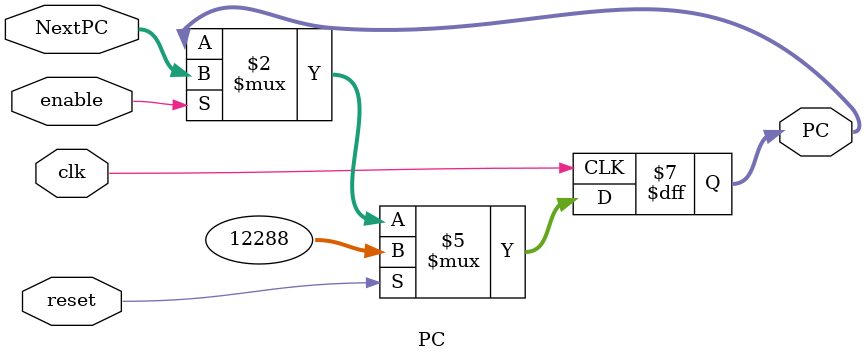
<source format=v>
`timescale 1ns / 1ps
module PC(
    input [31:0] NextPC,
	 input clk,
	 input enable,
	 input reset,
	 output reg [31:0] PC
    );
	 
	 
    always @(posedge clk) begin
	     if(reset) begin
		      PC <= 'h3000;
		  end
	     else if(enable) begin
		      PC <= NextPC;
		  end
	 end

endmodule

</source>
